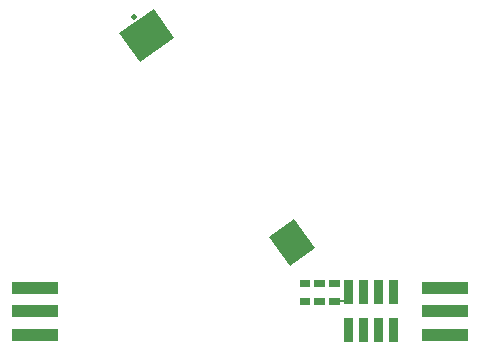
<source format=gbs>
G04 #@! TF.FileFunction,Soldermask,Bot*
%FSLAX46Y46*%
G04 Gerber Fmt 4.6, Leading zero omitted, Abs format (unit mm)*
G04 Created by KiCad (PCBNEW 4.0.0-rc2-stable) date 3/3/2016 3:49:09 PM*
%MOMM*%
G01*
G04 APERTURE LIST*
%ADD10C,0.150000*%
%ADD11R,4.000000X1.000000*%
%ADD12C,0.600000*%
%ADD13C,0.500000*%
G04 APERTURE END LIST*
D10*
D11*
X83741430Y-50192207D03*
X83741430Y-48192207D03*
X83741430Y-46192207D03*
D12*
X82741430Y-50192207D03*
X82741430Y-48192207D03*
X82741430Y-46192207D03*
D11*
X49020836Y-46192207D03*
X49020836Y-48192207D03*
X49020836Y-50192207D03*
D12*
X50020836Y-46192207D03*
X50020836Y-48192207D03*
X50020836Y-50192207D03*
D10*
G36*
X70568773Y-44329355D02*
X68845768Y-41873494D01*
X70974181Y-40380223D01*
X72697186Y-42836084D01*
X70568773Y-44329355D01*
X70568773Y-44329355D01*
G37*
G36*
X57868695Y-27098045D02*
X56145690Y-24642184D01*
X59092723Y-22574579D01*
X60815728Y-25030440D01*
X57868695Y-27098045D01*
X57868695Y-27098045D01*
G37*
D13*
X57389473Y-23280933D03*
D10*
G36*
X75178252Y-50754686D02*
X75181333Y-48754689D01*
X75941332Y-48755860D01*
X75938251Y-50755857D01*
X75178252Y-50754686D01*
X75178252Y-50754686D01*
G37*
G36*
X76448251Y-50756643D02*
X76451332Y-48756646D01*
X77211331Y-48757817D01*
X77208250Y-50757814D01*
X76448251Y-50756643D01*
X76448251Y-50756643D01*
G37*
G36*
X77718249Y-50758599D02*
X77721330Y-48758602D01*
X78481329Y-48759773D01*
X78478248Y-50759770D01*
X77718249Y-50758599D01*
X77718249Y-50758599D01*
G37*
G36*
X78988248Y-50760556D02*
X78991329Y-48760559D01*
X79751328Y-48761730D01*
X79748247Y-50761727D01*
X78988248Y-50760556D01*
X78988248Y-50760556D01*
G37*
G36*
X75183182Y-47554690D02*
X75186263Y-45554693D01*
X75946262Y-45555864D01*
X75943181Y-47555861D01*
X75183182Y-47554690D01*
X75183182Y-47554690D01*
G37*
G36*
X76453181Y-47556647D02*
X76456262Y-45556650D01*
X77216261Y-45557821D01*
X77213180Y-47557818D01*
X76453181Y-47556647D01*
X76453181Y-47556647D01*
G37*
G36*
X77723179Y-47558603D02*
X77726260Y-45558606D01*
X78486259Y-45559777D01*
X78483178Y-47559774D01*
X77723179Y-47558603D01*
X77723179Y-47558603D01*
G37*
G36*
X79003178Y-47560576D02*
X79006259Y-45560578D01*
X79746258Y-45561718D01*
X79743177Y-47561716D01*
X79003178Y-47560576D01*
X79003178Y-47560576D01*
G37*
G36*
X73920340Y-46152742D02*
X73921265Y-45552743D01*
X74821264Y-45554130D01*
X74820339Y-46154129D01*
X73920340Y-46152742D01*
X73920340Y-46152742D01*
G37*
G36*
X73918029Y-47652741D02*
X73918954Y-47052742D01*
X74818953Y-47054129D01*
X74818028Y-47654128D01*
X73918029Y-47652741D01*
X73918029Y-47652741D01*
G37*
G36*
X72668031Y-47650815D02*
X72668956Y-47050816D01*
X73568955Y-47052203D01*
X73568030Y-47652202D01*
X72668031Y-47650815D01*
X72668031Y-47650815D01*
G37*
G36*
X72670342Y-46150817D02*
X72671267Y-45550818D01*
X73571266Y-45552205D01*
X73570341Y-46152204D01*
X72670342Y-46150817D01*
X72670342Y-46150817D01*
G37*
G36*
X71420343Y-46148891D02*
X71421268Y-45548892D01*
X72321267Y-45550279D01*
X72320342Y-46150278D01*
X71420343Y-46148891D01*
X71420343Y-46148891D01*
G37*
G36*
X71418032Y-47648889D02*
X71418957Y-47048890D01*
X72318956Y-47050277D01*
X72318031Y-47650276D01*
X71418032Y-47648889D01*
X71418032Y-47648889D01*
G37*
G36*
X74568414Y-47403743D02*
X74568723Y-47203743D01*
X75468722Y-47205129D01*
X75468413Y-47405129D01*
X74568414Y-47403743D01*
X74568414Y-47403743D01*
G37*
M02*

</source>
